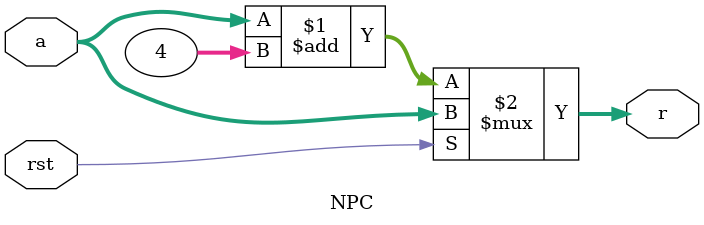
<source format=v>
`timescale 1ns / 1ps


module NPC(
    input [31:0] a,
    input rst,
    output [31:0] r
    );
    assign r = rst ? a : a+4;
endmodule

</source>
